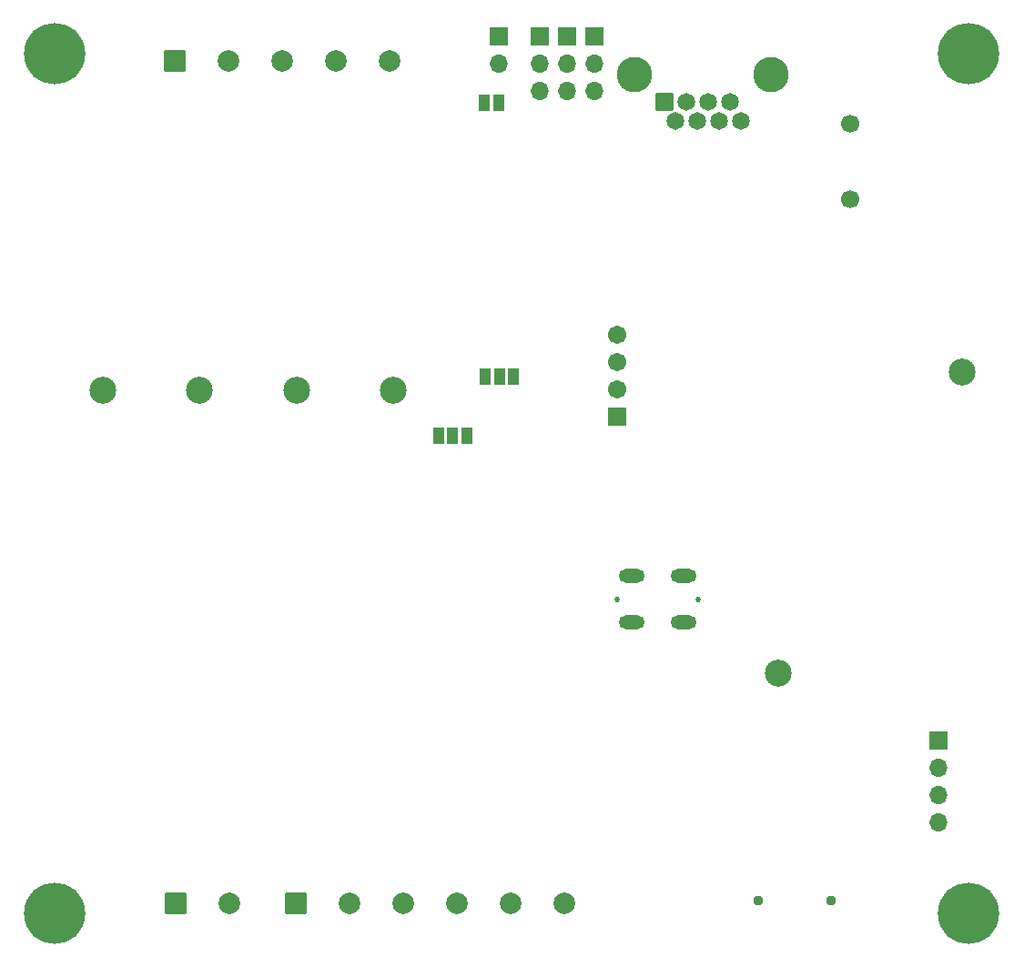
<source format=gbs>
G04 #@! TF.GenerationSoftware,KiCad,Pcbnew,8.0.4*
G04 #@! TF.CreationDate,2024-08-16T00:10:32-05:00*
G04 #@! TF.ProjectId,Codex43,436f6465-7834-4332-9e6b-696361645f70,rev?*
G04 #@! TF.SameCoordinates,Original*
G04 #@! TF.FileFunction,Soldermask,Bot*
G04 #@! TF.FilePolarity,Negative*
%FSLAX46Y46*%
G04 Gerber Fmt 4.6, Leading zero omitted, Abs format (unit mm)*
G04 Created by KiCad (PCBNEW 8.0.4) date 2024-08-16 00:10:32*
%MOMM*%
%LPD*%
G01*
G04 APERTURE LIST*
G04 Aperture macros list*
%AMRoundRect*
0 Rectangle with rounded corners*
0 $1 Rounding radius*
0 $2 $3 $4 $5 $6 $7 $8 $9 X,Y pos of 4 corners*
0 Add a 4 corners polygon primitive as box body*
4,1,4,$2,$3,$4,$5,$6,$7,$8,$9,$2,$3,0*
0 Add four circle primitives for the rounded corners*
1,1,$1+$1,$2,$3*
1,1,$1+$1,$4,$5*
1,1,$1+$1,$6,$7*
1,1,$1+$1,$8,$9*
0 Add four rect primitives between the rounded corners*
20,1,$1+$1,$2,$3,$4,$5,0*
20,1,$1+$1,$4,$5,$6,$7,0*
20,1,$1+$1,$6,$7,$8,$9,0*
20,1,$1+$1,$8,$9,$2,$3,0*%
G04 Aperture macros list end*
%ADD10C,2.500000*%
%ADD11R,1.700000X1.700000*%
%ADD12O,1.700000X1.700000*%
%ADD13RoundRect,0.102000X0.754000X-0.754000X0.754000X0.754000X-0.754000X0.754000X-0.754000X-0.754000X0*%
%ADD14C,1.712000*%
%ADD15C,3.600000*%
%ADD16C,5.700000*%
%ADD17C,0.520000*%
%ADD18O,2.404000X1.304000*%
%ADD19C,0.950000*%
%ADD20C,1.700000*%
%ADD21C,3.302000*%
%ADD22RoundRect,0.102000X0.723900X0.723900X-0.723900X0.723900X-0.723900X-0.723900X0.723900X-0.723900X0*%
%ADD23C,1.651800*%
%ADD24RoundRect,0.102000X-0.900000X-0.900000X0.900000X-0.900000X0.900000X0.900000X-0.900000X0.900000X0*%
%ADD25C,2.004000*%
%ADD26R,1.000000X1.500000*%
G04 APERTURE END LIST*
D10*
X137800000Y-83200000D03*
D11*
X135600000Y-117480000D03*
D12*
X135600000Y-120020000D03*
X135600000Y-122560000D03*
X135600000Y-125100000D03*
D11*
X94700000Y-52000000D03*
D12*
X94700000Y-54540000D03*
D11*
X101040000Y-52000000D03*
D12*
X101040000Y-54540000D03*
X101040000Y-57080000D03*
D13*
X105700000Y-87380000D03*
D14*
X105700000Y-84840000D03*
X105700000Y-82300000D03*
X105700000Y-79760000D03*
D15*
X138450000Y-133600000D03*
D16*
X138450000Y-133600000D03*
D15*
X138450000Y-53600000D03*
D16*
X138450000Y-53600000D03*
D17*
X105750000Y-104354664D03*
X113250000Y-104354664D03*
D18*
X107100000Y-102204664D03*
X107100000Y-106504664D03*
X111900000Y-102204664D03*
X111900000Y-106504664D03*
D11*
X103580000Y-52000000D03*
D12*
X103580000Y-54540000D03*
X103580000Y-57080000D03*
D19*
X118850000Y-132450000D03*
X125650000Y-132450000D03*
D20*
X127400000Y-60100000D03*
X127400000Y-67100000D03*
D21*
X120050000Y-55550000D03*
X107350000Y-55550000D03*
D22*
X110144000Y-58090000D03*
D23*
X111160000Y-59868000D03*
X112176000Y-58090000D03*
X113192000Y-59868000D03*
X114208000Y-58090000D03*
X115224000Y-59868000D03*
X116240000Y-58090000D03*
X117256000Y-59868000D03*
D24*
X64687500Y-132650000D03*
D25*
X69687500Y-132650000D03*
D15*
X53450000Y-53600000D03*
D16*
X53450000Y-53600000D03*
D24*
X75850000Y-132650000D03*
D25*
X80850000Y-132650000D03*
X85850000Y-132650000D03*
X90850000Y-132650000D03*
X95850000Y-132650000D03*
X100850000Y-132650000D03*
D24*
X64600000Y-54300000D03*
D25*
X69600000Y-54300000D03*
X74600000Y-54300000D03*
X79600000Y-54300000D03*
X84600000Y-54300000D03*
D15*
X53450000Y-133600000D03*
D16*
X53450000Y-133600000D03*
D11*
X98500000Y-52000000D03*
D12*
X98500000Y-54540000D03*
X98500000Y-57080000D03*
D10*
X75900000Y-84930000D03*
D26*
X96075000Y-83650000D03*
X94775000Y-83650000D03*
X93475000Y-83650000D03*
D10*
X120710000Y-111272500D03*
X84900000Y-84930000D03*
X57900000Y-84930000D03*
D26*
X89125000Y-89125000D03*
X90425000Y-89125000D03*
X91725000Y-89125000D03*
D10*
X66900000Y-84930000D03*
D26*
X93400000Y-58150000D03*
X94700000Y-58150000D03*
M02*

</source>
